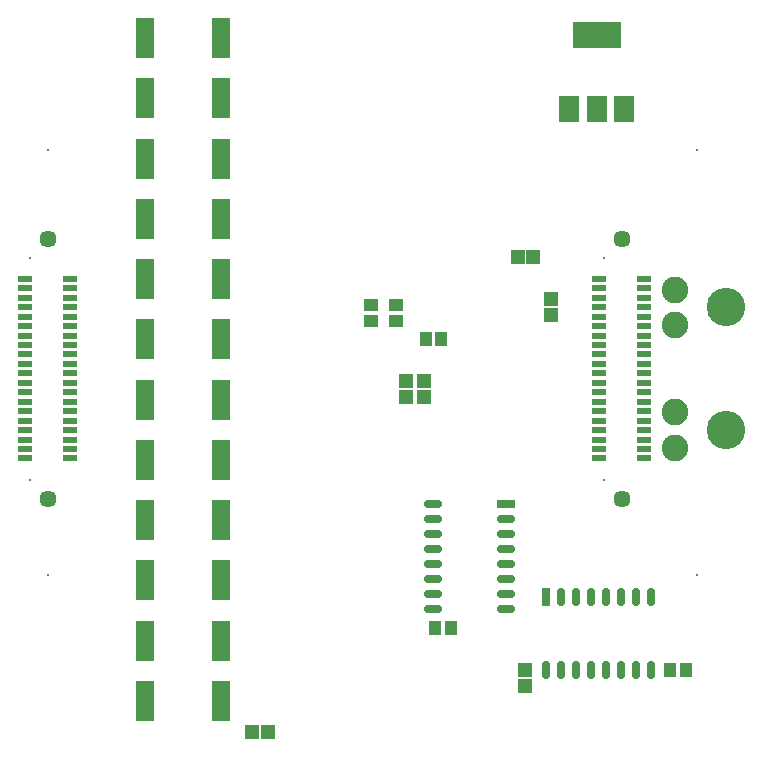
<source format=gbs>
G04*
G04 #@! TF.GenerationSoftware,Altium Limited,Altium Designer,20.0.11 (256)*
G04*
G04 Layer_Color=16711935*
%FSLAX25Y25*%
%MOIN*%
G70*
G01*
G75*
%ADD29R,0.04347X0.04740*%
%ADD30R,0.04740X0.04347*%
%ADD32R,0.04543X0.04937*%
%ADD33R,0.04937X0.04543*%
%ADD39C,0.01000*%
%ADD40C,0.05709*%
%ADD41C,0.08874*%
%ADD42C,0.12811*%
%ADD60R,0.04724X0.02362*%
%ADD61R,0.15961X0.08874*%
%ADD62R,0.06906X0.08874*%
%ADD63O,0.02969X0.06118*%
%ADD64R,0.02969X0.06118*%
%ADD65O,0.06118X0.02969*%
%ADD66R,0.06118X0.02969*%
%ADD67R,0.05900X0.13500*%
D29*
X145780Y137795D02*
D03*
X150898D02*
D03*
X227165Y27362D02*
D03*
X232283D02*
D03*
X154035Y41634D02*
D03*
X148917D02*
D03*
D30*
X127362Y149114D02*
D03*
Y143996D02*
D03*
X135630Y143898D02*
D03*
Y149016D02*
D03*
D32*
X87795Y6988D02*
D03*
X93110D02*
D03*
X176280Y165157D02*
D03*
X181594D02*
D03*
D33*
X178740Y22244D02*
D03*
Y27559D02*
D03*
X187598Y151083D02*
D03*
Y145768D02*
D03*
X139075Y118504D02*
D03*
Y123819D02*
D03*
X145275Y118504D02*
D03*
Y123819D02*
D03*
D39*
X13780Y90945D02*
D03*
Y164961D02*
D03*
X205118Y90945D02*
D03*
Y164961D02*
D03*
X19685Y200787D02*
D03*
X236220D02*
D03*
Y59055D02*
D03*
X19685D02*
D03*
D40*
X19685Y84646D02*
D03*
Y171260D02*
D03*
X211024Y84646D02*
D03*
Y171260D02*
D03*
D41*
X228898Y154331D02*
D03*
Y142520D02*
D03*
Y113386D02*
D03*
Y101575D02*
D03*
D42*
X245905Y148425D02*
D03*
Y107480D02*
D03*
D60*
X27165Y98032D02*
D03*
X12205D02*
D03*
X27165Y101181D02*
D03*
X12205D02*
D03*
X27165Y104331D02*
D03*
X12205D02*
D03*
X27165Y107480D02*
D03*
X12205D02*
D03*
X27165Y110630D02*
D03*
X12205D02*
D03*
X27165Y113779D02*
D03*
X12205D02*
D03*
X27165Y116929D02*
D03*
X12205D02*
D03*
X27165Y120079D02*
D03*
X12205D02*
D03*
X27165Y123228D02*
D03*
X12205D02*
D03*
X27165Y126378D02*
D03*
X12205D02*
D03*
X27165Y129528D02*
D03*
X12205D02*
D03*
X27165Y132677D02*
D03*
X12205D02*
D03*
X27165Y135827D02*
D03*
X12205D02*
D03*
X27165Y138976D02*
D03*
X12205D02*
D03*
X27165Y142126D02*
D03*
X12205D02*
D03*
X27165Y145276D02*
D03*
X12205D02*
D03*
X27165Y148425D02*
D03*
X12205D02*
D03*
X27165Y151575D02*
D03*
X12205D02*
D03*
X27165Y154724D02*
D03*
X12205D02*
D03*
X27165Y157874D02*
D03*
X12205D02*
D03*
X218504Y98032D02*
D03*
X203543D02*
D03*
X218504Y101181D02*
D03*
X203543D02*
D03*
X218504Y104331D02*
D03*
X203543D02*
D03*
X218504Y107480D02*
D03*
X203543D02*
D03*
X218504Y110630D02*
D03*
X203543D02*
D03*
X218504Y113779D02*
D03*
X203543D02*
D03*
X218504Y116929D02*
D03*
X203543D02*
D03*
X218504Y120079D02*
D03*
X203543D02*
D03*
X218504Y123228D02*
D03*
X203543D02*
D03*
X218504Y126378D02*
D03*
X203543D02*
D03*
X218504Y129528D02*
D03*
X203543D02*
D03*
X218504Y132677D02*
D03*
X203543D02*
D03*
X218504Y135827D02*
D03*
X203543D02*
D03*
X218504Y138976D02*
D03*
X203543D02*
D03*
X218504Y142126D02*
D03*
X203543D02*
D03*
X218504Y145276D02*
D03*
X203543D02*
D03*
X218504Y148425D02*
D03*
X203543D02*
D03*
X218504Y151575D02*
D03*
X203543D02*
D03*
X218504Y154724D02*
D03*
X203543D02*
D03*
X218504Y157874D02*
D03*
X203543D02*
D03*
D61*
X202657Y239272D02*
D03*
D62*
X193602Y214469D02*
D03*
X202657D02*
D03*
X211713D02*
D03*
D63*
X220827Y27374D02*
D03*
X215827D02*
D03*
X210827D02*
D03*
X205827D02*
D03*
X200827D02*
D03*
X195827D02*
D03*
X190827D02*
D03*
X185827D02*
D03*
X220827Y51772D02*
D03*
X215827D02*
D03*
X210827D02*
D03*
X205827D02*
D03*
X200827D02*
D03*
X195827D02*
D03*
X190827D02*
D03*
D64*
X185827D02*
D03*
D65*
X148142Y47795D02*
D03*
Y52795D02*
D03*
Y57795D02*
D03*
Y62795D02*
D03*
Y67795D02*
D03*
Y72795D02*
D03*
Y77795D02*
D03*
Y82795D02*
D03*
X172539Y47795D02*
D03*
Y52795D02*
D03*
Y57795D02*
D03*
Y62795D02*
D03*
Y67795D02*
D03*
Y72795D02*
D03*
Y77795D02*
D03*
D66*
Y82795D02*
D03*
D67*
X52259Y238091D02*
D03*
X77359D02*
D03*
X52259Y218012D02*
D03*
X77359D02*
D03*
X52259Y197933D02*
D03*
X77359D02*
D03*
X52259Y177854D02*
D03*
X77359D02*
D03*
X52259Y157776D02*
D03*
X77359D02*
D03*
X52259Y137697D02*
D03*
X77359D02*
D03*
X52259Y117618D02*
D03*
X77359D02*
D03*
X52259Y97539D02*
D03*
X77359D02*
D03*
X52259Y77461D02*
D03*
X77359D02*
D03*
X52259Y57382D02*
D03*
X77359D02*
D03*
X52259Y37303D02*
D03*
X77359D02*
D03*
X52259Y17224D02*
D03*
X77359D02*
D03*
M02*

</source>
